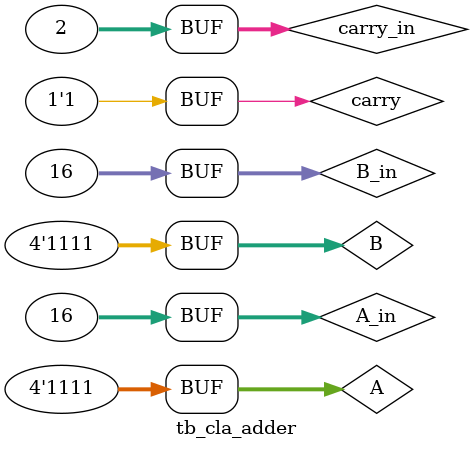
<source format=v>
`timescale 1ns / 1ps

module tb_cla_adder(); 
reg [3:0]  A;
reg [3:0]  B;
reg 	   carry;
wire [3:0] sum_cla;
wire [3:0] sum_adder;
wire 	   cout_cla;
wire 	   cout_adder;


//reg [3:0] tb_sum_cla;
//reg [3:0] tb_sum_adder;
//reg 	  tb_cout;

integer A_in;
integer B_in;
integer carry_in;
integer error;

cla_adder CLA_ADD (
    .A(A),
    .B(B),
    .carry(carry),
    .sum(sum_cla),
    .cout(cout_cla)
    );

adder INF_ADD (
    .carry(carry),
    .A(A),
    .B(B),
    .sum(sum_adder),
    .cout(cout_adder)
    );

initial begin
    error = 0;
    for(carry_in = 0; carry_in < 2; carry_in = carry_in + 1) begin
        for (A_in = 0; A_in < 16; A_in = A_in + 1) begin
            for (B_in = 0; B_in < 16; B_in = B_in + 1) begin
                A = A_in;
                B = B_in;
                carry = carry_in;
                #5;

                if (sum_cla != sum_adder) begin
                    $display("Error! Sums do not match!");
                    error = error + 1;
                end
            end
        end
    end
end

endmodule

</source>
